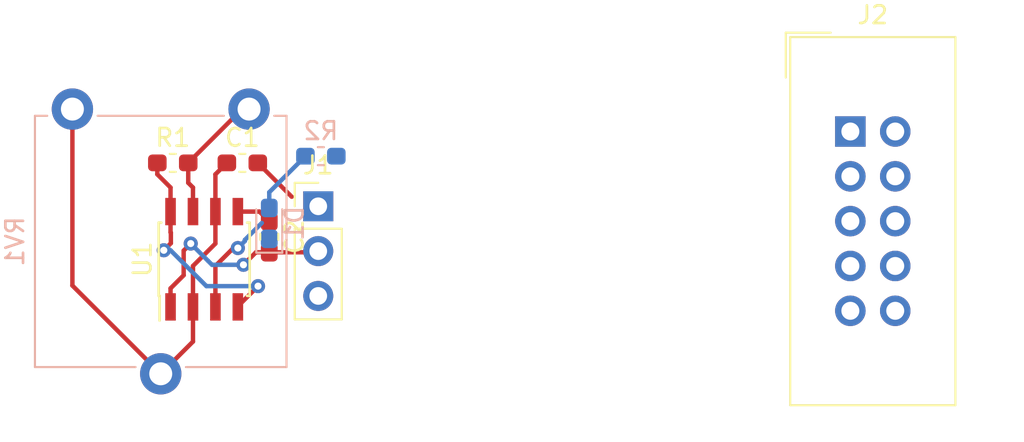
<source format=kicad_pcb>
(kicad_pcb (version 20171130) (host pcbnew "(5.0.0)")

  (general
    (thickness 1.6)
    (drawings 0)
    (tracks 53)
    (zones 0)
    (modules 9)
    (nets 8)
  )

  (page A4)
  (layers
    (0 F.Cu signal)
    (31 B.Cu signal)
    (32 B.Adhes user)
    (33 F.Adhes user)
    (34 B.Paste user)
    (35 F.Paste user)
    (36 B.SilkS user)
    (37 F.SilkS user)
    (38 B.Mask user)
    (39 F.Mask user)
    (40 Dwgs.User user)
    (41 Cmts.User user)
    (42 Eco1.User user)
    (43 Eco2.User user)
    (44 Edge.Cuts user)
    (45 Margin user)
    (46 B.CrtYd user)
    (47 F.CrtYd user)
    (48 B.Fab user)
    (49 F.Fab user)
  )

  (setup
    (last_trace_width 0.25)
    (trace_clearance 0.2)
    (zone_clearance 0.508)
    (zone_45_only no)
    (trace_min 0.2)
    (segment_width 0.2)
    (edge_width 0.15)
    (via_size 0.8)
    (via_drill 0.4)
    (via_min_size 0.4)
    (via_min_drill 0.3)
    (uvia_size 0.3)
    (uvia_drill 0.1)
    (uvias_allowed no)
    (uvia_min_size 0.2)
    (uvia_min_drill 0.1)
    (pcb_text_width 0.3)
    (pcb_text_size 1.5 1.5)
    (mod_edge_width 0.15)
    (mod_text_size 1 1)
    (mod_text_width 0.15)
    (pad_size 1.524 1.524)
    (pad_drill 0.762)
    (pad_to_mask_clearance 0.2)
    (aux_axis_origin 0 0)
    (visible_elements 7FFFFFFF)
    (pcbplotparams
      (layerselection 0x010fc_ffffffff)
      (usegerberextensions false)
      (usegerberattributes false)
      (usegerberadvancedattributes false)
      (creategerberjobfile false)
      (excludeedgelayer true)
      (linewidth 0.100000)
      (plotframeref false)
      (viasonmask false)
      (mode 1)
      (useauxorigin false)
      (hpglpennumber 1)
      (hpglpenspeed 20)
      (hpglpendiameter 15.000000)
      (psnegative false)
      (psa4output false)
      (plotreference true)
      (plotvalue true)
      (plotinvisibletext false)
      (padsonsilk false)
      (subtractmaskfromsilk false)
      (outputformat 1)
      (mirror false)
      (drillshape 1)
      (scaleselection 1)
      (outputdirectory ""))
  )

  (net 0 "")
  (net 1 "Net-(C1-Pad1)")
  (net 2 GND)
  (net 3 "Net-(C2-Pad1)")
  (net 4 /clock/Clock)
  (net 5 +3V3)
  (net 6 "Net-(R1-Pad2)")
  (net 7 "Net-(D1-Pad2)")

  (net_class Default "Dies ist die voreingestellte Netzklasse."
    (clearance 0.2)
    (trace_width 0.25)
    (via_dia 0.8)
    (via_drill 0.4)
    (uvia_dia 0.3)
    (uvia_drill 0.1)
    (add_net +3V3)
    (add_net /clock/Clock)
    (add_net GND)
    (add_net "Net-(C1-Pad1)")
    (add_net "Net-(C2-Pad1)")
    (add_net "Net-(D1-Pad2)")
    (add_net "Net-(R1-Pad2)")
  )

  (module Resistor_SMD:R_0603_1608Metric_Pad1.05x0.95mm_HandSolder (layer F.Cu) (tedit 5B301BBD) (tstamp 5BDD3DF1)
    (at 204.851 40.005)
    (descr "Resistor SMD 0603 (1608 Metric), square (rectangular) end terminal, IPC_7351 nominal with elongated pad for handsoldering. (Body size source: http://www.tortai-tech.com/upload/download/2011102023233369053.pdf), generated with kicad-footprint-generator")
    (tags "resistor handsolder")
    (path /5BD0EC1C/5BD0F3FB)
    (attr smd)
    (fp_text reference R1 (at 0 -1.43) (layer F.SilkS)
      (effects (font (size 1 1) (thickness 0.15)))
    )
    (fp_text value 1K (at 0 1.43) (layer F.Fab)
      (effects (font (size 1 1) (thickness 0.15)))
    )
    (fp_line (start -0.8 0.4) (end -0.8 -0.4) (layer F.Fab) (width 0.1))
    (fp_line (start -0.8 -0.4) (end 0.8 -0.4) (layer F.Fab) (width 0.1))
    (fp_line (start 0.8 -0.4) (end 0.8 0.4) (layer F.Fab) (width 0.1))
    (fp_line (start 0.8 0.4) (end -0.8 0.4) (layer F.Fab) (width 0.1))
    (fp_line (start -0.171267 -0.51) (end 0.171267 -0.51) (layer F.SilkS) (width 0.12))
    (fp_line (start -0.171267 0.51) (end 0.171267 0.51) (layer F.SilkS) (width 0.12))
    (fp_line (start -1.65 0.73) (end -1.65 -0.73) (layer F.CrtYd) (width 0.05))
    (fp_line (start -1.65 -0.73) (end 1.65 -0.73) (layer F.CrtYd) (width 0.05))
    (fp_line (start 1.65 -0.73) (end 1.65 0.73) (layer F.CrtYd) (width 0.05))
    (fp_line (start 1.65 0.73) (end -1.65 0.73) (layer F.CrtYd) (width 0.05))
    (fp_text user %R (at 0 0) (layer F.Fab)
      (effects (font (size 0.4 0.4) (thickness 0.06)))
    )
    (pad 1 smd roundrect (at -0.875 0) (size 1.05 0.95) (layers F.Cu F.Paste F.Mask) (roundrect_rratio 0.25)
      (net 5 +3V3))
    (pad 2 smd roundrect (at 0.875 0) (size 1.05 0.95) (layers F.Cu F.Paste F.Mask) (roundrect_rratio 0.25)
      (net 6 "Net-(R1-Pad2)"))
    (model ${KISYS3DMOD}/Resistor_SMD.3dshapes/R_0603_1608Metric.wrl
      (at (xyz 0 0 0))
      (scale (xyz 1 1 1))
      (rotate (xyz 0 0 0))
    )
  )

  (module Package_SO:SOIC-8_3.9x4.9mm_P1.27mm (layer F.Cu) (tedit 5A02F2D3) (tstamp 5BDD3E1D)
    (at 206.629 45.466 90)
    (descr "8-Lead Plastic Small Outline (SN) - Narrow, 3.90 mm Body [SOIC] (see Microchip Packaging Specification 00000049BS.pdf)")
    (tags "SOIC 1.27")
    (path /5BD0EC1C/5BD0EC50)
    (attr smd)
    (fp_text reference U1 (at 0 -3.5 90) (layer F.SilkS)
      (effects (font (size 1 1) (thickness 0.15)))
    )
    (fp_text value NE555 (at 0 3.5 90) (layer F.Fab)
      (effects (font (size 1 1) (thickness 0.15)))
    )
    (fp_text user %R (at 0 0 90) (layer F.Fab)
      (effects (font (size 1 1) (thickness 0.15)))
    )
    (fp_line (start -0.95 -2.45) (end 1.95 -2.45) (layer F.Fab) (width 0.1))
    (fp_line (start 1.95 -2.45) (end 1.95 2.45) (layer F.Fab) (width 0.1))
    (fp_line (start 1.95 2.45) (end -1.95 2.45) (layer F.Fab) (width 0.1))
    (fp_line (start -1.95 2.45) (end -1.95 -1.45) (layer F.Fab) (width 0.1))
    (fp_line (start -1.95 -1.45) (end -0.95 -2.45) (layer F.Fab) (width 0.1))
    (fp_line (start -3.73 -2.7) (end -3.73 2.7) (layer F.CrtYd) (width 0.05))
    (fp_line (start 3.73 -2.7) (end 3.73 2.7) (layer F.CrtYd) (width 0.05))
    (fp_line (start -3.73 -2.7) (end 3.73 -2.7) (layer F.CrtYd) (width 0.05))
    (fp_line (start -3.73 2.7) (end 3.73 2.7) (layer F.CrtYd) (width 0.05))
    (fp_line (start -2.075 -2.575) (end -2.075 -2.525) (layer F.SilkS) (width 0.15))
    (fp_line (start 2.075 -2.575) (end 2.075 -2.43) (layer F.SilkS) (width 0.15))
    (fp_line (start 2.075 2.575) (end 2.075 2.43) (layer F.SilkS) (width 0.15))
    (fp_line (start -2.075 2.575) (end -2.075 2.43) (layer F.SilkS) (width 0.15))
    (fp_line (start -2.075 -2.575) (end 2.075 -2.575) (layer F.SilkS) (width 0.15))
    (fp_line (start -2.075 2.575) (end 2.075 2.575) (layer F.SilkS) (width 0.15))
    (fp_line (start -2.075 -2.525) (end -3.475 -2.525) (layer F.SilkS) (width 0.15))
    (pad 1 smd rect (at -2.7 -1.905 90) (size 1.55 0.6) (layers F.Cu F.Paste F.Mask)
      (net 2 GND))
    (pad 2 smd rect (at -2.7 -0.635 90) (size 1.55 0.6) (layers F.Cu F.Paste F.Mask)
      (net 1 "Net-(C1-Pad1)"))
    (pad 3 smd rect (at -2.7 0.635 90) (size 1.55 0.6) (layers F.Cu F.Paste F.Mask)
      (net 4 /clock/Clock))
    (pad 4 smd rect (at -2.7 1.905 90) (size 1.55 0.6) (layers F.Cu F.Paste F.Mask)
      (net 5 +3V3))
    (pad 5 smd rect (at 2.7 1.905 90) (size 1.55 0.6) (layers F.Cu F.Paste F.Mask)
      (net 3 "Net-(C2-Pad1)"))
    (pad 6 smd rect (at 2.7 0.635 90) (size 1.55 0.6) (layers F.Cu F.Paste F.Mask)
      (net 1 "Net-(C1-Pad1)"))
    (pad 7 smd rect (at 2.7 -0.635 90) (size 1.55 0.6) (layers F.Cu F.Paste F.Mask)
      (net 6 "Net-(R1-Pad2)"))
    (pad 8 smd rect (at 2.7 -1.905 90) (size 1.55 0.6) (layers F.Cu F.Paste F.Mask)
      (net 5 +3V3))
    (model ${KISYS3DMOD}/Package_SO.3dshapes/SOIC-8_3.9x4.9mm_P1.27mm.wrl
      (at (xyz 0 0 0))
      (scale (xyz 1 1 1))
      (rotate (xyz 0 0 0))
    )
  )

  (module LED_SMD:LED_0603_1608Metric_Pad1.05x0.95mm_HandSolder (layer B.Cu) (tedit 5B4B45C9) (tstamp 5BDD3FE1)
    (at 210.312 43.434 90)
    (descr "LED SMD 0603 (1608 Metric), square (rectangular) end terminal, IPC_7351 nominal, (Body size source: http://www.tortai-tech.com/upload/download/2011102023233369053.pdf), generated with kicad-footprint-generator")
    (tags "LED handsolder")
    (path /5BD0EC1C/5BD291EE)
    (attr smd)
    (fp_text reference D1 (at 0 1.43 90) (layer B.SilkS)
      (effects (font (size 1 1) (thickness 0.15)) (justify mirror))
    )
    (fp_text value LED_BLUE (at 0 -1.43 90) (layer B.Fab)
      (effects (font (size 1 1) (thickness 0.15)) (justify mirror))
    )
    (fp_line (start 0.8 0.4) (end -0.5 0.4) (layer B.Fab) (width 0.1))
    (fp_line (start -0.5 0.4) (end -0.8 0.1) (layer B.Fab) (width 0.1))
    (fp_line (start -0.8 0.1) (end -0.8 -0.4) (layer B.Fab) (width 0.1))
    (fp_line (start -0.8 -0.4) (end 0.8 -0.4) (layer B.Fab) (width 0.1))
    (fp_line (start 0.8 -0.4) (end 0.8 0.4) (layer B.Fab) (width 0.1))
    (fp_line (start 0.8 0.735) (end -1.66 0.735) (layer B.SilkS) (width 0.12))
    (fp_line (start -1.66 0.735) (end -1.66 -0.735) (layer B.SilkS) (width 0.12))
    (fp_line (start -1.66 -0.735) (end 0.8 -0.735) (layer B.SilkS) (width 0.12))
    (fp_line (start -1.65 -0.73) (end -1.65 0.73) (layer B.CrtYd) (width 0.05))
    (fp_line (start -1.65 0.73) (end 1.65 0.73) (layer B.CrtYd) (width 0.05))
    (fp_line (start 1.65 0.73) (end 1.65 -0.73) (layer B.CrtYd) (width 0.05))
    (fp_line (start 1.65 -0.73) (end -1.65 -0.73) (layer B.CrtYd) (width 0.05))
    (fp_text user %R (at 0 0 90) (layer B.Fab)
      (effects (font (size 0.4 0.4) (thickness 0.06)) (justify mirror))
    )
    (pad 1 smd roundrect (at -0.875 0 90) (size 1.05 0.95) (layers B.Cu B.Paste B.Mask) (roundrect_rratio 0.25)
      (net 2 GND))
    (pad 2 smd roundrect (at 0.875 0 90) (size 1.05 0.95) (layers B.Cu B.Paste B.Mask) (roundrect_rratio 0.25)
      (net 7 "Net-(D1-Pad2)"))
    (model ${KISYS3DMOD}/LED_SMD.3dshapes/LED_0603_1608Metric.wrl
      (at (xyz 0 0 0))
      (scale (xyz 1 1 1))
      (rotate (xyz 0 0 0))
    )
  )

  (module Resistor_SMD:R_0603_1608Metric_Pad1.05x0.95mm_HandSolder (layer B.Cu) (tedit 5B301BBD) (tstamp 5BDD3FF2)
    (at 213.233 39.624 180)
    (descr "Resistor SMD 0603 (1608 Metric), square (rectangular) end terminal, IPC_7351 nominal with elongated pad for handsoldering. (Body size source: http://www.tortai-tech.com/upload/download/2011102023233369053.pdf), generated with kicad-footprint-generator")
    (tags "resistor handsolder")
    (path /5BD0EC1C/5BD29AE4)
    (attr smd)
    (fp_text reference R2 (at 0 1.43 180) (layer B.SilkS)
      (effects (font (size 1 1) (thickness 0.15)) (justify mirror))
    )
    (fp_text value 80 (at 0 -1.43 180) (layer B.Fab)
      (effects (font (size 1 1) (thickness 0.15)) (justify mirror))
    )
    (fp_line (start -0.8 -0.4) (end -0.8 0.4) (layer B.Fab) (width 0.1))
    (fp_line (start -0.8 0.4) (end 0.8 0.4) (layer B.Fab) (width 0.1))
    (fp_line (start 0.8 0.4) (end 0.8 -0.4) (layer B.Fab) (width 0.1))
    (fp_line (start 0.8 -0.4) (end -0.8 -0.4) (layer B.Fab) (width 0.1))
    (fp_line (start -0.171267 0.51) (end 0.171267 0.51) (layer B.SilkS) (width 0.12))
    (fp_line (start -0.171267 -0.51) (end 0.171267 -0.51) (layer B.SilkS) (width 0.12))
    (fp_line (start -1.65 -0.73) (end -1.65 0.73) (layer B.CrtYd) (width 0.05))
    (fp_line (start -1.65 0.73) (end 1.65 0.73) (layer B.CrtYd) (width 0.05))
    (fp_line (start 1.65 0.73) (end 1.65 -0.73) (layer B.CrtYd) (width 0.05))
    (fp_line (start 1.65 -0.73) (end -1.65 -0.73) (layer B.CrtYd) (width 0.05))
    (fp_text user %R (at 0 0 180) (layer B.Fab)
      (effects (font (size 0.4 0.4) (thickness 0.06)) (justify mirror))
    )
    (pad 1 smd roundrect (at -0.875 0 180) (size 1.05 0.95) (layers B.Cu B.Paste B.Mask) (roundrect_rratio 0.25)
      (net 4 /clock/Clock))
    (pad 2 smd roundrect (at 0.875 0 180) (size 1.05 0.95) (layers B.Cu B.Paste B.Mask) (roundrect_rratio 0.25)
      (net 7 "Net-(D1-Pad2)"))
    (model ${KISYS3DMOD}/Resistor_SMD.3dshapes/R_0603_1608Metric.wrl
      (at (xyz 0 0 0))
      (scale (xyz 1 1 1))
      (rotate (xyz 0 0 0))
    )
  )

  (module Capacitor_SMD:C_0603_1608Metric_Pad1.05x0.95mm_HandSolder (layer F.Cu) (tedit 5B301BBE) (tstamp 5BDD41B1)
    (at 208.788 40.005)
    (descr "Capacitor SMD 0603 (1608 Metric), square (rectangular) end terminal, IPC_7351 nominal with elongated pad for handsoldering. (Body size source: http://www.tortai-tech.com/upload/download/2011102023233369053.pdf), generated with kicad-footprint-generator")
    (tags "capacitor handsolder")
    (path /5BD0EC1C/5BD0EE42)
    (attr smd)
    (fp_text reference C1 (at 0 -1.43) (layer F.SilkS)
      (effects (font (size 1 1) (thickness 0.15)))
    )
    (fp_text value 0.01uF (at 0 1.43) (layer F.Fab)
      (effects (font (size 1 1) (thickness 0.15)))
    )
    (fp_line (start -0.8 0.4) (end -0.8 -0.4) (layer F.Fab) (width 0.1))
    (fp_line (start -0.8 -0.4) (end 0.8 -0.4) (layer F.Fab) (width 0.1))
    (fp_line (start 0.8 -0.4) (end 0.8 0.4) (layer F.Fab) (width 0.1))
    (fp_line (start 0.8 0.4) (end -0.8 0.4) (layer F.Fab) (width 0.1))
    (fp_line (start -0.171267 -0.51) (end 0.171267 -0.51) (layer F.SilkS) (width 0.12))
    (fp_line (start -0.171267 0.51) (end 0.171267 0.51) (layer F.SilkS) (width 0.12))
    (fp_line (start -1.65 0.73) (end -1.65 -0.73) (layer F.CrtYd) (width 0.05))
    (fp_line (start -1.65 -0.73) (end 1.65 -0.73) (layer F.CrtYd) (width 0.05))
    (fp_line (start 1.65 -0.73) (end 1.65 0.73) (layer F.CrtYd) (width 0.05))
    (fp_line (start 1.65 0.73) (end -1.65 0.73) (layer F.CrtYd) (width 0.05))
    (fp_text user %R (at 0 0) (layer F.Fab)
      (effects (font (size 0.4 0.4) (thickness 0.06)))
    )
    (pad 1 smd roundrect (at -0.875 0) (size 1.05 0.95) (layers F.Cu F.Paste F.Mask) (roundrect_rratio 0.25)
      (net 1 "Net-(C1-Pad1)"))
    (pad 2 smd roundrect (at 0.875 0) (size 1.05 0.95) (layers F.Cu F.Paste F.Mask) (roundrect_rratio 0.25)
      (net 2 GND))
    (model ${KISYS3DMOD}/Capacitor_SMD.3dshapes/C_0603_1608Metric.wrl
      (at (xyz 0 0 0))
      (scale (xyz 1 1 1))
      (rotate (xyz 0 0 0))
    )
  )

  (module Capacitor_SMD:C_0603_1608Metric_Pad1.05x0.95mm_HandSolder (layer F.Cu) (tedit 5B301BBE) (tstamp 5BDD41C1)
    (at 210.312 44.196 270)
    (descr "Capacitor SMD 0603 (1608 Metric), square (rectangular) end terminal, IPC_7351 nominal with elongated pad for handsoldering. (Body size source: http://www.tortai-tech.com/upload/download/2011102023233369053.pdf), generated with kicad-footprint-generator")
    (tags "capacitor handsolder")
    (path /5BD0EC1C/5BD0F054)
    (attr smd)
    (fp_text reference C2 (at 0 -1.43 270) (layer F.SilkS)
      (effects (font (size 1 1) (thickness 0.15)))
    )
    (fp_text value 0.01uF (at 0 1.43 270) (layer F.Fab)
      (effects (font (size 1 1) (thickness 0.15)))
    )
    (fp_text user %R (at 0 0 270) (layer F.Fab)
      (effects (font (size 0.4 0.4) (thickness 0.06)))
    )
    (fp_line (start 1.65 0.73) (end -1.65 0.73) (layer F.CrtYd) (width 0.05))
    (fp_line (start 1.65 -0.73) (end 1.65 0.73) (layer F.CrtYd) (width 0.05))
    (fp_line (start -1.65 -0.73) (end 1.65 -0.73) (layer F.CrtYd) (width 0.05))
    (fp_line (start -1.65 0.73) (end -1.65 -0.73) (layer F.CrtYd) (width 0.05))
    (fp_line (start -0.171267 0.51) (end 0.171267 0.51) (layer F.SilkS) (width 0.12))
    (fp_line (start -0.171267 -0.51) (end 0.171267 -0.51) (layer F.SilkS) (width 0.12))
    (fp_line (start 0.8 0.4) (end -0.8 0.4) (layer F.Fab) (width 0.1))
    (fp_line (start 0.8 -0.4) (end 0.8 0.4) (layer F.Fab) (width 0.1))
    (fp_line (start -0.8 -0.4) (end 0.8 -0.4) (layer F.Fab) (width 0.1))
    (fp_line (start -0.8 0.4) (end -0.8 -0.4) (layer F.Fab) (width 0.1))
    (pad 2 smd roundrect (at 0.875 0 270) (size 1.05 0.95) (layers F.Cu F.Paste F.Mask) (roundrect_rratio 0.25)
      (net 2 GND))
    (pad 1 smd roundrect (at -0.875 0 270) (size 1.05 0.95) (layers F.Cu F.Paste F.Mask) (roundrect_rratio 0.25)
      (net 3 "Net-(C2-Pad1)"))
    (model ${KISYS3DMOD}/Capacitor_SMD.3dshapes/C_0603_1608Metric.wrl
      (at (xyz 0 0 0))
      (scale (xyz 1 1 1))
      (rotate (xyz 0 0 0))
    )
  )

  (module Connector_PinHeader_2.54mm:PinHeader_1x03_P2.54mm_Vertical (layer F.Cu) (tedit 59FED5CC) (tstamp 5BDD41D1)
    (at 213.085001 42.465001)
    (descr "Through hole straight pin header, 1x03, 2.54mm pitch, single row")
    (tags "Through hole pin header THT 1x03 2.54mm single row")
    (path /5BD0EC1C/5BD27584/5BD275A8)
    (fp_text reference J1 (at 0 -2.33) (layer F.SilkS)
      (effects (font (size 1 1) (thickness 0.15)))
    )
    (fp_text value Conn_01x03_Male (at 0 7.41) (layer F.Fab)
      (effects (font (size 1 1) (thickness 0.15)))
    )
    (fp_line (start -0.635 -1.27) (end 1.27 -1.27) (layer F.Fab) (width 0.1))
    (fp_line (start 1.27 -1.27) (end 1.27 6.35) (layer F.Fab) (width 0.1))
    (fp_line (start 1.27 6.35) (end -1.27 6.35) (layer F.Fab) (width 0.1))
    (fp_line (start -1.27 6.35) (end -1.27 -0.635) (layer F.Fab) (width 0.1))
    (fp_line (start -1.27 -0.635) (end -0.635 -1.27) (layer F.Fab) (width 0.1))
    (fp_line (start -1.33 6.41) (end 1.33 6.41) (layer F.SilkS) (width 0.12))
    (fp_line (start -1.33 1.27) (end -1.33 6.41) (layer F.SilkS) (width 0.12))
    (fp_line (start 1.33 1.27) (end 1.33 6.41) (layer F.SilkS) (width 0.12))
    (fp_line (start -1.33 1.27) (end 1.33 1.27) (layer F.SilkS) (width 0.12))
    (fp_line (start -1.33 0) (end -1.33 -1.33) (layer F.SilkS) (width 0.12))
    (fp_line (start -1.33 -1.33) (end 0 -1.33) (layer F.SilkS) (width 0.12))
    (fp_line (start -1.8 -1.8) (end -1.8 6.85) (layer F.CrtYd) (width 0.05))
    (fp_line (start -1.8 6.85) (end 1.8 6.85) (layer F.CrtYd) (width 0.05))
    (fp_line (start 1.8 6.85) (end 1.8 -1.8) (layer F.CrtYd) (width 0.05))
    (fp_line (start 1.8 -1.8) (end -1.8 -1.8) (layer F.CrtYd) (width 0.05))
    (fp_text user %R (at 0 2.54 90) (layer F.Fab)
      (effects (font (size 1 1) (thickness 0.15)))
    )
    (pad 1 thru_hole rect (at 0 0) (size 1.7 1.7) (drill 1) (layers *.Cu *.Mask)
      (net 4 /clock/Clock))
    (pad 2 thru_hole oval (at 0 2.54) (size 1.7 1.7) (drill 1) (layers *.Cu *.Mask)
      (net 2 GND))
    (pad 3 thru_hole oval (at 0 5.08) (size 1.7 1.7) (drill 1) (layers *.Cu *.Mask)
      (net 5 +3V3))
    (model ${KISYS3DMOD}/Connector_PinHeader_2.54mm.3dshapes/PinHeader_1x03_P2.54mm_Vertical.wrl
      (at (xyz 0 0 0))
      (scale (xyz 1 1 1))
      (rotate (xyz 0 0 0))
    )
  )

  (module Potentiometer_THT:Potentiometer_ACP_CA14V-15_Vertical (layer B.Cu) (tedit 5A3D4994) (tstamp 5BDD45EF)
    (at 209.169 36.957 270)
    (descr "Potentiometer, vertical, ACP CA14V-15, http://www.acptechnologies.com/wp-content/uploads/2017/10/03-ACP-CA14-CE14.pdf")
    (tags "Potentiometer vertical ACP CA14V-15")
    (path /5BD0EC1C/5BD0F6B9)
    (fp_text reference RV1 (at 7.5 13.25 270) (layer B.SilkS)
      (effects (font (size 1 1) (thickness 0.15)) (justify mirror))
    )
    (fp_text value 1M (at 7.5 -3.25 270) (layer B.Fab)
      (effects (font (size 1 1) (thickness 0.15)) (justify mirror))
    )
    (fp_circle (center 7.5 5) (end 10 5) (layer B.Fab) (width 0.1))
    (fp_line (start 0.5 12) (end 0.5 -2) (layer B.Fab) (width 0.1))
    (fp_line (start 0.5 -2) (end 14.5 -2) (layer B.Fab) (width 0.1))
    (fp_line (start 14.5 -2) (end 14.5 12) (layer B.Fab) (width 0.1))
    (fp_line (start 14.5 12) (end 0.5 12) (layer B.Fab) (width 0.1))
    (fp_line (start 0.38 12.12) (end 14.62 12.12) (layer B.SilkS) (width 0.12))
    (fp_line (start 0.38 -2.12) (end 14.62 -2.12) (layer B.SilkS) (width 0.12))
    (fp_line (start 0.38 12.12) (end 0.38 11.426) (layer B.SilkS) (width 0.12))
    (fp_line (start 0.38 8.574) (end 0.38 1.425) (layer B.SilkS) (width 0.12))
    (fp_line (start 0.38 -1.425) (end 0.38 -2.12) (layer B.SilkS) (width 0.12))
    (fp_line (start 14.62 12.12) (end 14.62 6.425) (layer B.SilkS) (width 0.12))
    (fp_line (start 14.62 3.575) (end 14.62 -2.12) (layer B.SilkS) (width 0.12))
    (fp_line (start -1.45 12.25) (end -1.45 -2.25) (layer B.CrtYd) (width 0.05))
    (fp_line (start -1.45 -2.25) (end 16.45 -2.25) (layer B.CrtYd) (width 0.05))
    (fp_line (start 16.45 -2.25) (end 16.45 12.25) (layer B.CrtYd) (width 0.05))
    (fp_line (start 16.45 12.25) (end -1.45 12.25) (layer B.CrtYd) (width 0.05))
    (fp_text user %R (at 1.5 5 180) (layer B.Fab)
      (effects (font (size 1 1) (thickness 0.15)) (justify mirror))
    )
    (pad 3 thru_hole circle (at 0 10 270) (size 2.34 2.34) (drill 1.3) (layers *.Cu *.Mask)
      (net 1 "Net-(C1-Pad1)"))
    (pad 2 thru_hole circle (at 15 5 270) (size 2.34 2.34) (drill 1.3) (layers *.Cu *.Mask)
      (net 1 "Net-(C1-Pad1)"))
    (pad 1 thru_hole circle (at 0 0 270) (size 2.34 2.34) (drill 1.3) (layers *.Cu *.Mask)
      (net 6 "Net-(R1-Pad2)"))
    (model ${KISYS3DMOD}/Potentiometer_THT.3dshapes/Potentiometer_ACP_CA14V-15_Vertical.wrl
      (at (xyz 0 0 0))
      (scale (xyz 1 1 1))
      (rotate (xyz 0 0 0))
    )
  )

  (module Connector_IDC:IDC-Header_2x05_P2.54mm_Vertical (layer F.Cu) (tedit 59DE0611) (tstamp 5BDD481C)
    (at 243.205 38.227)
    (descr "Through hole straight IDC box header, 2x05, 2.54mm pitch, double rows")
    (tags "Through hole IDC box header THT 2x05 2.54mm double row")
    (path /5BD2AC42/5BD2ACA7)
    (fp_text reference J2 (at 1.27 -6.604) (layer F.SilkS)
      (effects (font (size 1 1) (thickness 0.15)))
    )
    (fp_text value Conn_02x05_Odd_Even (at 1.27 16.764) (layer F.Fab)
      (effects (font (size 1 1) (thickness 0.15)))
    )
    (fp_text user %R (at 1.27 5.08) (layer F.Fab)
      (effects (font (size 1 1) (thickness 0.15)))
    )
    (fp_line (start 5.695 -5.1) (end 5.695 15.26) (layer F.Fab) (width 0.1))
    (fp_line (start 5.145 -4.56) (end 5.145 14.7) (layer F.Fab) (width 0.1))
    (fp_line (start -3.155 -5.1) (end -3.155 15.26) (layer F.Fab) (width 0.1))
    (fp_line (start -2.605 -4.56) (end -2.605 2.83) (layer F.Fab) (width 0.1))
    (fp_line (start -2.605 7.33) (end -2.605 14.7) (layer F.Fab) (width 0.1))
    (fp_line (start -2.605 2.83) (end -3.155 2.83) (layer F.Fab) (width 0.1))
    (fp_line (start -2.605 7.33) (end -3.155 7.33) (layer F.Fab) (width 0.1))
    (fp_line (start 5.695 -5.1) (end -3.155 -5.1) (layer F.Fab) (width 0.1))
    (fp_line (start 5.145 -4.56) (end -2.605 -4.56) (layer F.Fab) (width 0.1))
    (fp_line (start 5.695 15.26) (end -3.155 15.26) (layer F.Fab) (width 0.1))
    (fp_line (start 5.145 14.7) (end -2.605 14.7) (layer F.Fab) (width 0.1))
    (fp_line (start 5.695 -5.1) (end 5.145 -4.56) (layer F.Fab) (width 0.1))
    (fp_line (start 5.695 15.26) (end 5.145 14.7) (layer F.Fab) (width 0.1))
    (fp_line (start -3.155 -5.1) (end -2.605 -4.56) (layer F.Fab) (width 0.1))
    (fp_line (start -3.155 15.26) (end -2.605 14.7) (layer F.Fab) (width 0.1))
    (fp_line (start 5.95 -5.35) (end 5.95 15.51) (layer F.CrtYd) (width 0.05))
    (fp_line (start 5.95 15.51) (end -3.41 15.51) (layer F.CrtYd) (width 0.05))
    (fp_line (start -3.41 15.51) (end -3.41 -5.35) (layer F.CrtYd) (width 0.05))
    (fp_line (start -3.41 -5.35) (end 5.95 -5.35) (layer F.CrtYd) (width 0.05))
    (fp_line (start 5.945 -5.35) (end 5.945 15.51) (layer F.SilkS) (width 0.12))
    (fp_line (start 5.945 15.51) (end -3.405 15.51) (layer F.SilkS) (width 0.12))
    (fp_line (start -3.405 15.51) (end -3.405 -5.35) (layer F.SilkS) (width 0.12))
    (fp_line (start -3.405 -5.35) (end 5.945 -5.35) (layer F.SilkS) (width 0.12))
    (fp_line (start -3.655 -5.6) (end -3.655 -3.06) (layer F.SilkS) (width 0.12))
    (fp_line (start -3.655 -5.6) (end -1.115 -5.6) (layer F.SilkS) (width 0.12))
    (pad 1 thru_hole rect (at 0 0) (size 1.7272 1.7272) (drill 1.016) (layers *.Cu *.Mask))
    (pad 2 thru_hole oval (at 2.54 0) (size 1.7272 1.7272) (drill 1.016) (layers *.Cu *.Mask))
    (pad 3 thru_hole oval (at 0 2.54) (size 1.7272 1.7272) (drill 1.016) (layers *.Cu *.Mask))
    (pad 4 thru_hole oval (at 2.54 2.54) (size 1.7272 1.7272) (drill 1.016) (layers *.Cu *.Mask))
    (pad 5 thru_hole oval (at 0 5.08) (size 1.7272 1.7272) (drill 1.016) (layers *.Cu *.Mask))
    (pad 6 thru_hole oval (at 2.54 5.08) (size 1.7272 1.7272) (drill 1.016) (layers *.Cu *.Mask))
    (pad 7 thru_hole oval (at 0 7.62) (size 1.7272 1.7272) (drill 1.016) (layers *.Cu *.Mask))
    (pad 8 thru_hole oval (at 2.54 7.62) (size 1.7272 1.7272) (drill 1.016) (layers *.Cu *.Mask))
    (pad 9 thru_hole oval (at 0 10.16) (size 1.7272 1.7272) (drill 1.016) (layers *.Cu *.Mask))
    (pad 10 thru_hole oval (at 2.54 10.16) (size 1.7272 1.7272) (drill 1.016) (layers *.Cu *.Mask))
    (model ${KISYS3DMOD}/Connector_IDC.3dshapes/IDC-Header_2x05_P2.54mm_Vertical.wrl
      (at (xyz 0 0 0))
      (scale (xyz 1 1 1))
      (rotate (xyz 0 0 0))
    )
  )

  (segment (start 207.264 40.654) (end 207.913 40.005) (width 0.25) (layer F.Cu) (net 1) (status 20))
  (segment (start 207.264 42.766) (end 207.264 40.654) (width 0.25) (layer F.Cu) (net 1) (status 10))
  (segment (start 207.264 42.766) (end 207.264 44.577) (width 0.25) (layer F.Cu) (net 1) (status 10))
  (segment (start 205.994 45.847) (end 205.994 48.166) (width 0.25) (layer F.Cu) (net 1) (status 20))
  (segment (start 207.264 44.577) (end 205.994 45.847) (width 0.25) (layer F.Cu) (net 1))
  (segment (start 205.994 50.132) (end 205.994 48.166) (width 0.25) (layer F.Cu) (net 1) (status 20))
  (segment (start 204.169 51.957) (end 205.994 50.132) (width 0.25) (layer F.Cu) (net 1) (status 10))
  (segment (start 199.169 46.957) (end 204.169 51.957) (width 0.25) (layer F.Cu) (net 1) (status 20))
  (segment (start 199.169 36.957) (end 199.169 46.957) (width 0.25) (layer F.Cu) (net 1) (status 10))
  (segment (start 213.019002 45.071) (end 213.085001 45.005001) (width 0.25) (layer F.Cu) (net 2) (status 30))
  (segment (start 210.312 45.071) (end 213.019002 45.071) (width 0.25) (layer F.Cu) (net 2) (status 30))
  (segment (start 211.582 41.924) (end 209.663 40.005) (width 0.25) (layer F.Cu) (net 2) (status 20))
  (via (at 208.850228 45.779685) (size 0.8) (drill 0.4) (layers F.Cu B.Cu) (net 2))
  (segment (start 210.312 45.071) (end 209.558913 45.071) (width 0.25) (layer F.Cu) (net 2) (status 10))
  (segment (start 209.558913 45.071) (end 208.850228 45.779685) (width 0.25) (layer F.Cu) (net 2))
  (via (at 205.867 44.577) (size 0.8) (drill 0.4) (layers F.Cu B.Cu) (net 2))
  (segment (start 206.846001 45.556001) (end 205.867 44.577) (width 0.25) (layer B.Cu) (net 2))
  (segment (start 208.850228 45.779685) (end 207.069685 45.779685) (width 0.25) (layer B.Cu) (net 2))
  (segment (start 207.069685 45.779685) (end 206.846001 45.556001) (width 0.25) (layer B.Cu) (net 2))
  (segment (start 205.467001 44.976999) (end 205.467001 46.373999) (width 0.25) (layer F.Cu) (net 2))
  (segment (start 205.867 44.577) (end 205.467001 44.976999) (width 0.25) (layer F.Cu) (net 2))
  (segment (start 204.724 47.117) (end 204.724 48.166) (width 0.25) (layer F.Cu) (net 2) (status 20))
  (segment (start 205.467001 46.373999) (end 204.724 47.117) (width 0.25) (layer F.Cu) (net 2))
  (segment (start 209.757 42.766) (end 210.312 43.321) (width 0.25) (layer F.Cu) (net 3) (status 20))
  (segment (start 208.534 42.766) (end 209.757 42.766) (width 0.25) (layer F.Cu) (net 3) (status 10))
  (segment (start 207.264 48.166) (end 207.264 45.847) (width 0.25) (layer F.Cu) (net 4) (status 10))
  (via (at 208.534 44.831) (size 0.8) (drill 0.4) (layers F.Cu B.Cu) (net 4))
  (segment (start 207.264 45.847) (end 208.28 44.831) (width 0.25) (layer F.Cu) (net 4))
  (segment (start 208.28 44.831) (end 208.534 44.831) (width 0.25) (layer F.Cu) (net 4))
  (segment (start 208.933999 44.366491) (end 209.89148 43.40901) (width 0.25) (layer B.Cu) (net 4))
  (segment (start 208.933999 44.431001) (end 208.933999 44.366491) (width 0.25) (layer B.Cu) (net 4))
  (segment (start 208.534 44.831) (end 208.933999 44.431001) (width 0.25) (layer B.Cu) (net 4))
  (segment (start 203.976 40.005) (end 203.976 40.654) (width 0.25) (layer F.Cu) (net 5) (status 10))
  (segment (start 204.724 41.402) (end 204.724 42.766) (width 0.25) (layer F.Cu) (net 5) (status 20))
  (segment (start 203.976 40.654) (end 204.724 41.402) (width 0.25) (layer F.Cu) (net 5))
  (via (at 209.677 46.99) (size 0.8) (drill 0.4) (layers F.Cu B.Cu) (net 5))
  (segment (start 208.534 48.166) (end 208.534 48.133) (width 0.25) (layer F.Cu) (net 5) (status 30))
  (segment (start 208.534 48.133) (end 209.677 46.99) (width 0.25) (layer F.Cu) (net 5) (status 10))
  (via (at 204.343 44.958) (size 0.8) (drill 0.4) (layers F.Cu B.Cu) (net 5))
  (segment (start 204.724 44.958) (end 204.343 44.958) (width 0.25) (layer B.Cu) (net 5))
  (segment (start 209.677 46.99) (end 206.756 46.99) (width 0.25) (layer B.Cu) (net 5))
  (segment (start 206.756 46.99) (end 204.724 44.958) (width 0.25) (layer B.Cu) (net 5))
  (segment (start 204.742999 44.558001) (end 204.742999 43.960999) (width 0.25) (layer F.Cu) (net 5))
  (segment (start 204.343 44.958) (end 204.742999 44.558001) (width 0.25) (layer F.Cu) (net 5))
  (segment (start 204.724 43.942) (end 204.724 42.766) (width 0.25) (layer F.Cu) (net 5) (status 20))
  (segment (start 204.742999 43.960999) (end 204.724 43.942) (width 0.25) (layer F.Cu) (net 5))
  (segment (start 208.774 36.957) (end 209.169 36.957) (width 0.25) (layer F.Cu) (net 6) (status 30))
  (segment (start 205.726 40.005) (end 208.774 36.957) (width 0.25) (layer F.Cu) (net 6) (status 30))
  (segment (start 205.726 40.005) (end 205.726 41.134) (width 0.25) (layer F.Cu) (net 6) (status 10))
  (segment (start 205.994 41.402) (end 205.994 42.766) (width 0.25) (layer F.Cu) (net 6) (status 20))
  (segment (start 205.726 41.134) (end 205.994 41.402) (width 0.25) (layer F.Cu) (net 6))
  (segment (start 210.312 41.67) (end 212.358 39.624) (width 0.25) (layer B.Cu) (net 7) (status 20))
  (segment (start 210.312 42.559) (end 210.312 41.67) (width 0.25) (layer B.Cu) (net 7) (status 10))

)

</source>
